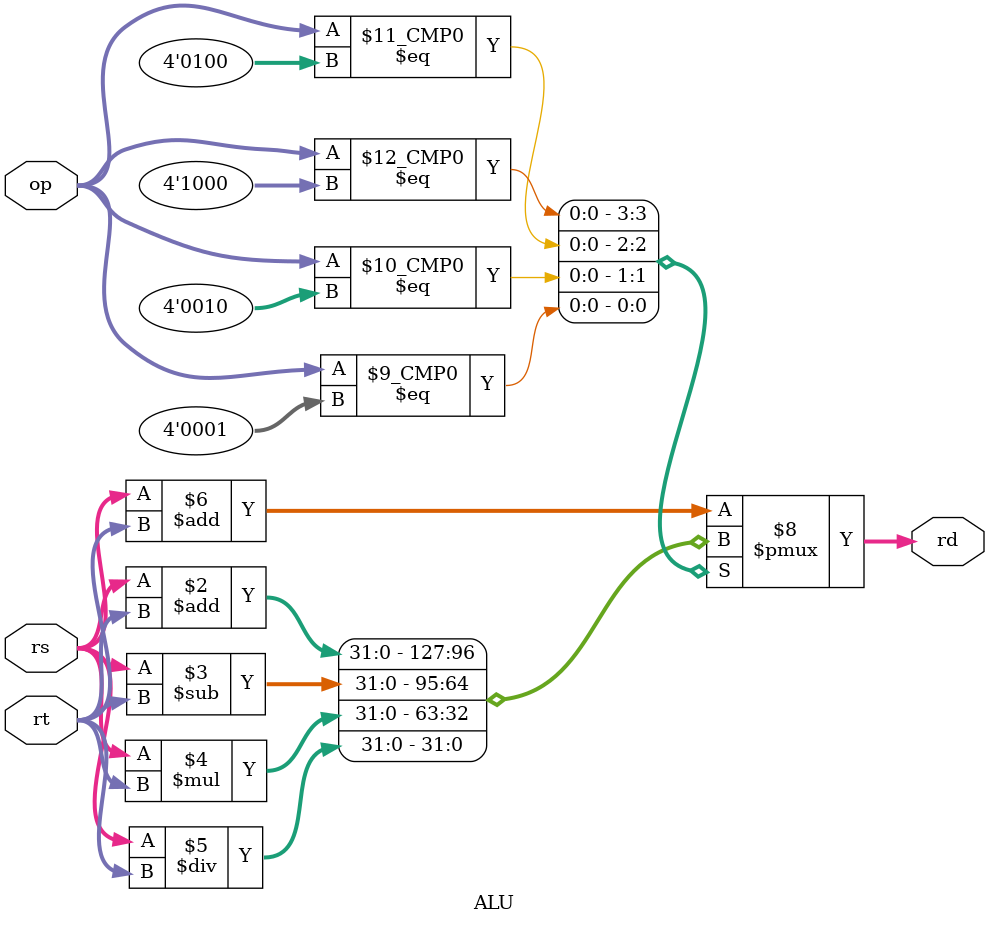
<source format=v>
module ALU(rs,rt,op,rd);
	input wire [31:0] rs;
	input wire [31:0] rt;
	input wire [3:0] op;
	output reg [31:0] rd;
	always @(*)
    begin
		case(op)
            4'b1000: // Soma
                rd = rs + rt ;
            4'b0100: // Subtracao
                rd = rs - rt ;
            4'b0010: // Multiplicacao
                rd = rs * rt;
            4'b0001: // Divisao
                rd = rs/rt;
            default:  rd = rs + rt ;
        endcase
	end
endmodule
</source>
